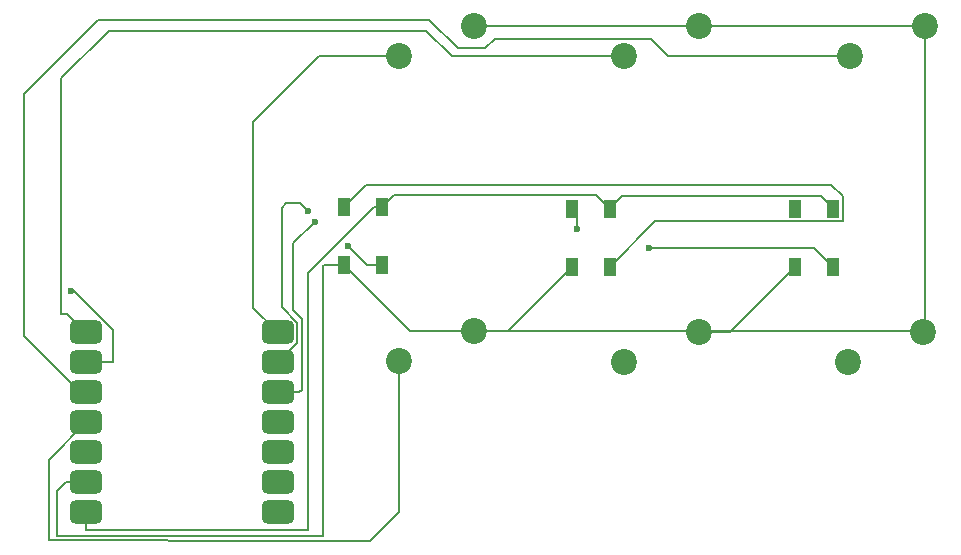
<source format=gtl>
%TF.GenerationSoftware,KiCad,Pcbnew,9.0.2*%
%TF.CreationDate,2025-06-30T21:14:53-05:00*%
%TF.ProjectId,starter,73746172-7465-4722-9e6b-696361645f70,rev?*%
%TF.SameCoordinates,Original*%
%TF.FileFunction,Copper,L1,Top*%
%TF.FilePolarity,Positive*%
%FSLAX46Y46*%
G04 Gerber Fmt 4.6, Leading zero omitted, Abs format (unit mm)*
G04 Created by KiCad (PCBNEW 9.0.2) date 2025-06-30 21:14:53*
%MOMM*%
%LPD*%
G01*
G04 APERTURE LIST*
G04 Aperture macros list*
%AMRoundRect*
0 Rectangle with rounded corners*
0 $1 Rounding radius*
0 $2 $3 $4 $5 $6 $7 $8 $9 X,Y pos of 4 corners*
0 Add a 4 corners polygon primitive as box body*
4,1,4,$2,$3,$4,$5,$6,$7,$8,$9,$2,$3,0*
0 Add four circle primitives for the rounded corners*
1,1,$1+$1,$2,$3*
1,1,$1+$1,$4,$5*
1,1,$1+$1,$6,$7*
1,1,$1+$1,$8,$9*
0 Add four rect primitives between the rounded corners*
20,1,$1+$1,$2,$3,$4,$5,0*
20,1,$1+$1,$4,$5,$6,$7,0*
20,1,$1+$1,$6,$7,$8,$9,0*
20,1,$1+$1,$8,$9,$2,$3,0*%
G04 Aperture macros list end*
%TA.AperFunction,SMDPad,CuDef*%
%ADD10R,1.000000X1.500000*%
%TD*%
%TA.AperFunction,SMDPad,CuDef*%
%ADD11RoundRect,0.500000X0.875000X0.500000X-0.875000X0.500000X-0.875000X-0.500000X0.875000X-0.500000X0*%
%TD*%
%TA.AperFunction,ComponentPad*%
%ADD12C,2.200000*%
%TD*%
%TA.AperFunction,ViaPad*%
%ADD13C,0.600000*%
%TD*%
%TA.AperFunction,Conductor*%
%ADD14C,0.200000*%
%TD*%
G04 APERTURE END LIST*
D10*
%TO.P,D3,1,VSS*%
%TO.N,GND*%
X135800000Y-72500000D03*
%TO.P,D3,2,DIN*%
%TO.N,Net-(D2-DOUT)*%
X139000000Y-72500000D03*
%TO.P,D3,3,VDD*%
%TO.N,+5V*%
X139000000Y-67600000D03*
%TO.P,D3,4,DOUT*%
%TO.N,unconnected-(D3-DOUT-Pad4)*%
X135800000Y-67600000D03*
%TD*%
D11*
%TO.P,U1,1,GPIO26/ADC0/A0*%
%TO.N,unconnected-(U1-GPIO26{slash}ADC0{slash}A0-Pad1)*%
X91960500Y-93308000D03*
%TO.P,U1,2,GPIO27/ADC1/A1*%
%TO.N,unconnected-(U1-GPIO27{slash}ADC1{slash}A1-Pad2)*%
X91960500Y-90768000D03*
%TO.P,U1,3,GPIO28/ADC2/A2*%
%TO.N,unconnected-(U1-GPIO28{slash}ADC2{slash}A2-Pad3)*%
X91960500Y-88228000D03*
%TO.P,U1,4,GPIO29/ADC3/A3*%
%TO.N,unconnected-(U1-GPIO29{slash}ADC3{slash}A3-Pad4)*%
X91960500Y-85688000D03*
%TO.P,U1,5,GPIO6/SDA*%
%TO.N,/pretty*%
X91960500Y-83148000D03*
%TO.P,U1,6,GPIO7/SCL*%
%TO.N,Net-(D1-DIN)*%
X91960500Y-80608000D03*
%TO.P,U1,7,GPIO0/TX*%
%TO.N,/W_win*%
X91960500Y-78068000D03*
%TO.P,U1,8,GPIO1/RX*%
%TO.N,/ghost*%
X75760500Y-78068000D03*
%TO.P,U1,9,GPIO2/SCK*%
%TO.N,/respect*%
X75760500Y-80608000D03*
%TO.P,U1,10,GPIO4/MISO*%
%TO.N,/triste*%
X75760500Y-83148000D03*
%TO.P,U1,11,GPIO3/MOSI*%
%TO.N,/toad*%
X75760500Y-85688000D03*
%TO.P,U1,12,3V3*%
%TO.N,unconnected-(U1-3V3-Pad12)*%
X75760500Y-88228000D03*
%TO.P,U1,13,GND*%
%TO.N,GND*%
X75760500Y-90768000D03*
%TO.P,U1,14,VBUS*%
%TO.N,+5V*%
X75760500Y-93308000D03*
%TD*%
D12*
%TO.P,salut1,1,1*%
%TO.N,GND*%
X127640000Y-78020000D03*
%TO.P,salut1,2,2*%
%TO.N,/respect*%
X121290000Y-80560000D03*
%TD*%
%TO.P,100\u00251,1,1*%
%TO.N,GND*%
X108610000Y-52150000D03*
%TO.P,100\u00251,2,2*%
%TO.N,/W_win*%
X102260000Y-54690000D03*
%TD*%
D10*
%TO.P,D2,1,VSS*%
%TO.N,GND*%
X116900000Y-72500000D03*
%TO.P,D2,2,DIN*%
%TO.N,Net-(D1-DOUT)*%
X120100000Y-72500000D03*
%TO.P,D2,3,VDD*%
%TO.N,+5V*%
X120100000Y-67600000D03*
%TO.P,D2,4,DOUT*%
%TO.N,Net-(D2-DOUT)*%
X116900000Y-67600000D03*
%TD*%
D12*
%TO.P,fog1,1,1*%
%TO.N,GND*%
X108560000Y-77950000D03*
%TO.P,fog1,2,2*%
%TO.N,/toad*%
X102210000Y-80490000D03*
%TD*%
%TO.P,sob1,1,1*%
%TO.N,GND*%
X146770000Y-52120000D03*
%TO.P,sob1,2,2*%
%TO.N,/triste*%
X140420000Y-54660000D03*
%TD*%
%TO.P,spark1,1,1*%
%TO.N,GND*%
X146640000Y-78020000D03*
%TO.P,spark1,2,2*%
%TO.N,/pretty*%
X140290000Y-80560000D03*
%TD*%
%TO.P,pos1,1,1*%
%TO.N,GND*%
X127610000Y-52120000D03*
%TO.P,pos1,2,2*%
%TO.N,/ghost*%
X121260000Y-54660000D03*
%TD*%
D10*
%TO.P,D1,1,VSS*%
%TO.N,GND*%
X97600000Y-72350000D03*
%TO.P,D1,2,DIN*%
%TO.N,Net-(D1-DIN)*%
X100800000Y-72350000D03*
%TO.P,D1,3,VDD*%
%TO.N,+5V*%
X100800000Y-67450000D03*
%TO.P,D1,4,DOUT*%
%TO.N,Net-(D1-DOUT)*%
X97600000Y-67450000D03*
%TD*%
D13*
%TO.N,Net-(D1-DIN)*%
X97950000Y-70750000D03*
X94550000Y-67800000D03*
%TO.N,Net-(D2-DOUT)*%
X123400000Y-70900000D03*
X117350000Y-69300000D03*
%TO.N,/respect*%
X74450000Y-74550000D03*
%TO.N,/pretty*%
X95100000Y-68700000D03*
%TD*%
D14*
%TO.N,/W_win*%
X89900000Y-60250000D02*
X89900000Y-76007500D01*
X102260000Y-54690000D02*
X95460000Y-54690000D01*
X89900000Y-76007500D02*
X91960500Y-78068000D01*
X95460000Y-54690000D02*
X89900000Y-60250000D01*
%TO.N,GND*%
X108560000Y-77950000D02*
X146570000Y-77950000D01*
X108610000Y-52150000D02*
X108640000Y-52120000D01*
X74032000Y-90768000D02*
X75760500Y-90768000D01*
X130280000Y-78020000D02*
X135800000Y-72500000D01*
X146770000Y-77890000D02*
X146640000Y-78020000D01*
X95800000Y-95275119D02*
X73275119Y-95275119D01*
X103200000Y-77950000D02*
X108560000Y-77950000D01*
X111450000Y-77950000D02*
X116900000Y-72500000D01*
X146770000Y-52120000D02*
X146770000Y-77890000D01*
X97600000Y-72350000D02*
X95900000Y-72350000D01*
X95800000Y-72450000D02*
X95800000Y-95275119D01*
X95900000Y-72350000D02*
X95800000Y-72450000D01*
X127640000Y-78020000D02*
X130280000Y-78020000D01*
X97600000Y-72350000D02*
X103200000Y-77950000D01*
X73275119Y-91524881D02*
X74032000Y-90768000D01*
X146570000Y-77950000D02*
X146640000Y-78020000D01*
X73275119Y-95275119D02*
X73275119Y-91524881D01*
X108640000Y-52120000D02*
X146770000Y-52120000D01*
X108560000Y-77950000D02*
X111450000Y-77950000D01*
%TO.N,Net-(D1-DIN)*%
X99550000Y-72350000D02*
X97950000Y-70750000D01*
X92299000Y-75891442D02*
X93636500Y-77228942D01*
X93870000Y-67120000D02*
X92700000Y-67120000D01*
X92299000Y-67521000D02*
X92299000Y-75891442D01*
X94550000Y-67800000D02*
X93870000Y-67120000D01*
X93636500Y-78932000D02*
X91960500Y-80608000D01*
X100800000Y-72350000D02*
X99550000Y-72350000D01*
X93636500Y-77228942D02*
X93636500Y-78932000D01*
X92700000Y-67120000D02*
X92299000Y-67521000D01*
%TO.N,+5V*%
X100800000Y-67450000D02*
X100100000Y-67450000D01*
X121151000Y-66549000D02*
X120100000Y-67600000D01*
X94550000Y-73000000D02*
X94550000Y-94771000D01*
X75723500Y-94771000D02*
X75760500Y-94734000D01*
X75760500Y-94734000D02*
X75760500Y-93308000D01*
X139000000Y-67600000D02*
X137949000Y-66549000D01*
X118899000Y-66399000D02*
X101851000Y-66399000D01*
X100100000Y-67450000D02*
X94550000Y-73000000D01*
X94550000Y-94771000D02*
X75723500Y-94771000D01*
X101851000Y-66399000D02*
X100800000Y-67450000D01*
X137949000Y-66549000D02*
X121151000Y-66549000D01*
X120100000Y-67600000D02*
X118899000Y-66399000D01*
%TO.N,Net-(D1-DOUT)*%
X97600000Y-67450000D02*
X99466624Y-65583376D01*
X139801000Y-66549000D02*
X139801000Y-68651000D01*
X139801000Y-68651000D02*
X123949000Y-68651000D01*
X99466624Y-65583376D02*
X138835376Y-65583376D01*
X138835376Y-65583376D02*
X139801000Y-66549000D01*
X123949000Y-68651000D02*
X120100000Y-72500000D01*
%TO.N,Net-(D2-DOUT)*%
X117350000Y-68050000D02*
X116900000Y-67600000D01*
X117350000Y-69300000D02*
X117350000Y-68050000D01*
X139000000Y-72500000D02*
X137400000Y-70900000D01*
X137400000Y-70900000D02*
X123400000Y-70900000D01*
%TO.N,/toad*%
X99812535Y-95687465D02*
X92825154Y-95687465D01*
X72625742Y-95675742D02*
X72625742Y-88822758D01*
X72625742Y-88822758D02*
X75760500Y-85688000D01*
X92825154Y-95687465D02*
X72625742Y-95675742D01*
X102210000Y-80490000D02*
X102210000Y-93290000D01*
X102210000Y-93290000D02*
X99812535Y-95687465D01*
%TO.N,/ghost*%
X106710000Y-54660000D02*
X121260000Y-54660000D01*
X73660500Y-76468000D02*
X73660500Y-56489500D01*
X75760500Y-78068000D02*
X74160500Y-76468000D01*
X104550000Y-52500000D02*
X106710000Y-54660000D01*
X74160500Y-76468000D02*
X73660500Y-76468000D01*
X77650000Y-52500000D02*
X104550000Y-52500000D01*
X73660500Y-56489500D02*
X77650000Y-52500000D01*
%TO.N,/respect*%
X74757558Y-74550000D02*
X78050000Y-77842442D01*
X78042000Y-80608000D02*
X75760500Y-80608000D01*
X78050000Y-77842442D02*
X78050000Y-80600000D01*
X74450000Y-74550000D02*
X74757558Y-74550000D01*
X78050000Y-80600000D02*
X78042000Y-80608000D01*
%TO.N,/triste*%
X110350000Y-53200000D02*
X109550000Y-54000000D01*
X140420000Y-54660000D02*
X125010000Y-54660000D01*
X107200000Y-54000000D02*
X104800000Y-51600000D01*
X70500000Y-78387500D02*
X75260500Y-83148000D01*
X125010000Y-54660000D02*
X123550000Y-53200000D01*
X75260500Y-83148000D02*
X75760500Y-83148000D01*
X76750000Y-51600000D02*
X70500000Y-57850000D01*
X123550000Y-53200000D02*
X110350000Y-53200000D01*
X70500000Y-57850000D02*
X70500000Y-78387500D01*
X104800000Y-51600000D02*
X76750000Y-51600000D01*
X109550000Y-54000000D02*
X107200000Y-54000000D01*
%TO.N,/pretty*%
X94050000Y-82900000D02*
X93802000Y-83148000D01*
X94050000Y-76950000D02*
X94050000Y-82900000D01*
X93275000Y-70525000D02*
X93275000Y-76175000D01*
X93275000Y-76175000D02*
X94050000Y-76950000D01*
X93802000Y-83148000D02*
X91960500Y-83148000D01*
X95100000Y-68700000D02*
X93275000Y-70525000D01*
%TD*%
M02*

</source>
